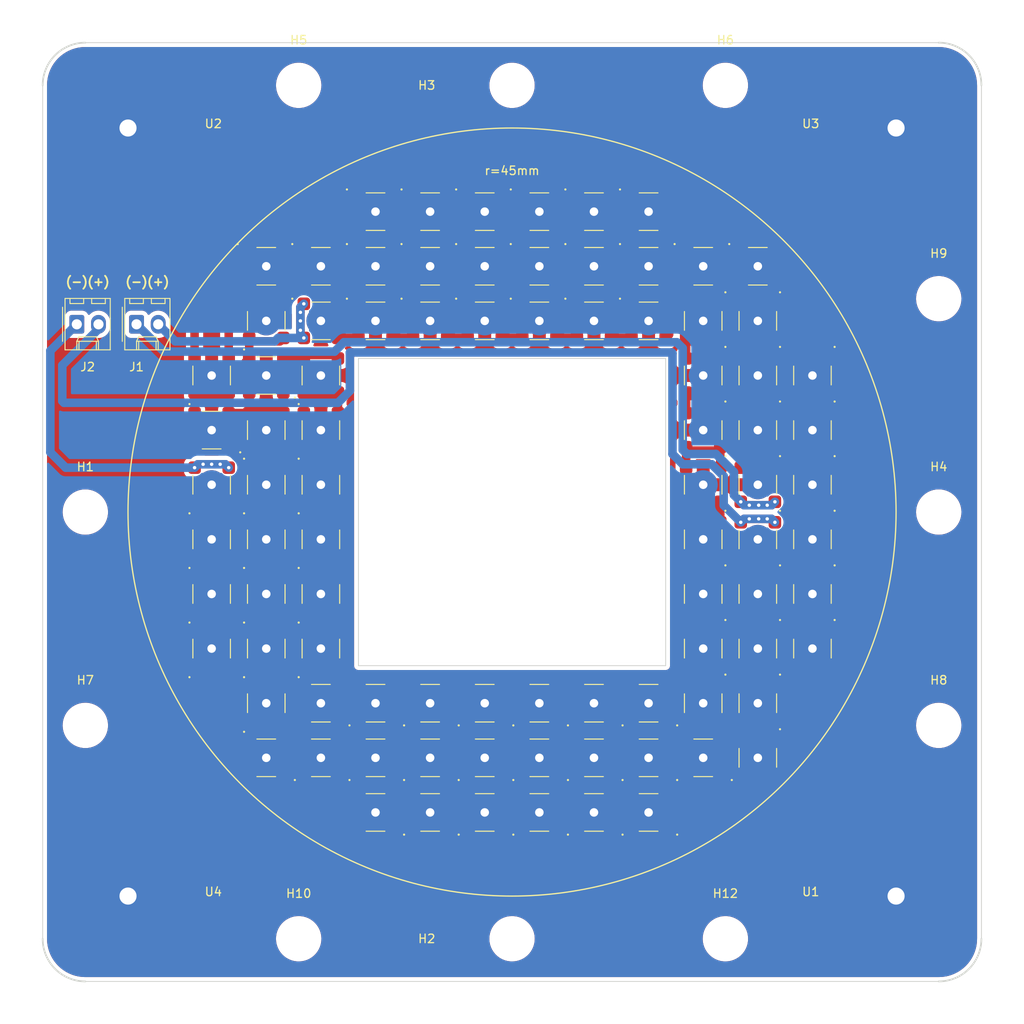
<source format=kicad_pcb>
(kicad_pcb (version 20211014) (generator pcbnew)
  (layers (0 "F.Cu" signal) (31 "B.Cu" signal) (34 "B.Paste" user) (35 "F.Paste" user) (36 "B.SilkS" user "B.Silkscreen") (37 "F.SilkS" user "F.Silkscreen") (38 "B.Mask" user) (39 "F.Mask" user) (44 "Edge.Cuts" user))
  (net 0 "")
  (net 1 "Net-(D1-Pad2)")
  (net 2 "GND")
  (net 3 "Net-(D2-Pad2)")
  (net 4 "Net-(D3-Pad2)")
  (net 5 "Net-(D4-Pad2)")
  (net 6 "Net-(D5-Pad2)")
  (net 7 "Net-(D6-Pad2)")
  (net 8 "Net-(D7-Pad2)")
  (net 9 "Net-(D8-Pad2)")
  (net 10 "Net-(D10-Pad1)")
  (net 11 "Net-(D10-Pad2)")
  (net 12 "Net-(D11-Pad2)")
  (net 13 "Net-(D12-Pad2)")
  (net 14 "Net-(D13-Pad2)")
  (net 15 "Net-(D14-Pad2)")
  (net 16 "Net-(D15-Pad2)")
  (net 17 "Net-(D16-Pad2)")
  (net 18 "Net-(D17-Pad2)")
  (net 19 "Net-(D18-Pad2)")
  (net 20 "Net-(D19-Pad2)")
  (net 21 "Net-(D20-Pad2)")
  (net 22 "Net-(D21-Pad2)")
  (net 23 "Net-(D22-Pad2)")
  (net 24 "Net-(D23-Pad2)")
  (net 25 "Net-(D24-Pad2)")
  (net 26 "Net-(D25-Pad2)")
  (net 27 "Net-(D26-Pad2)")
  (net 28 "Net-(D27-Pad2)")
  (net 29 "Net-(D28-Pad2)")
  (net 30 "Net-(D29-Pad2)")
  (net 31 "Net-(D30-Pad2)")
  (net 32 "Net-(D31-Pad2)")
  (net 33 "Net-(D32-Pad2)")
  (net 34 "Net-(D33-Pad2)")
  (net 35 "Net-(D34-Pad2)")
  (net 36 "Net-(D35-Pad2)")
  (net 37 "Net-(D36-Pad2)")
  (net 38 "Net-(D37-Pad2)")
  (net 39 "Net-(D38-Pad2)")
  (net 40 "Net-(D39-Pad2)")
  (net 41 "Net-(D40-Pad2)")
  (net 42 "Net-(D41-Pad2)")
  (net 43 "Net-(D43-Pad2)")
  (net 44 "Net-(D45-Pad2)")
  (net 45 "Net-(D46-Pad2)")
  (net 46 "Net-(D47-Pad3)")
  (net 47 "Net-(D48-Pad2)")
  (net 48 "Net-(D49-Pad2)")
  (net 49 "Net-(D50-Pad2)")
  (net 50 "Net-(D51-Pad2)")
  (net 51 "Net-(D52-Pad2)")
  (net 52 "Net-(D53-Pad2)")
  (net 53 "Net-(D54-Pad2)")
  (net 54 "Net-(D55-Pad2)")
  (net 55 "Net-(D56-Pad2)")
  (net 56 "Net-(D57-Pad2)")
  (net 57 "Net-(D58-Pad2)")
  (net 58 "Net-(D59-Pad2)")
  (net 59 "Net-(D60-Pad2)")
  (net 60 "Net-(D61-Pad2)")
  (net 61 "Net-(D62-Pad2)")
  (net 62 "Net-(D63-Pad2)")
  (net 63 "Net-(D64-Pad2)")
  (net 64 "Net-(D65-Pad2)")
  (net 65 "Net-(D66-Pad2)")
  (net 66 "Net-(D67-Pad2)")
  (net 67 "Net-(D68-Pad2)")
  (net 68 "Net-(D69-Pad2)")
  (net 69 "Net-(D70-Pad2)")
  (net 70 "Net-(D71-Pad2)")
  (net 71 "Net-(D72-Pad2)")
  (net 72 "Net-(D73-Pad3)")
  (net 73 "Net-(D74-Pad2)")
  (net 74 "Net-(D75-Pad2)")
  (net 75 "Net-(D76-Pad2)")
  (net 76 "Net-(D77-Pad2)")
  (net 77 "Net-(D78-Pad2)")
  (net 78 "Net-(D79-Pad3)")
  (net 79 "Net-(D80-Pad2)")
  (net 80 "Net-(D81-Pad2)")
  (net 81 "Net-(D82-Pad2)")
  (net 82 "Net-(D83-Pad2)")
  (net 83 "Net-(D84-Pad3)")
  (net 84 "Net-(D85-Pad2)")
  (net 85 "Net-(D86-Pad2)")
  (net 86 "Net-(D87-Pad2)")
  (net 87 "Net-(D42-Pad2)")
  (net 88 "Net-(D1-Pad1)")
  (net 89 "Net-(D44-Pad2)")
  (net 90 "Net-(D45-Pad1)")
  (net 91 "Net-(D88-Pad2)")
  (footprint "Project:LEDSC440X440X240-5N" (layer "F.Cu") (at 178.799995 83.999997 -90)
    (fp_text reference "D42" hide)
    (fp_text value "LZ1-00R403" hide)
  )
  (footprint "Project:Heat_Sink" (layer "F.Cu") (at 194.999995 144.999997)
    (fp_text reference "U1")
    (fp_text value "sink")
  )
  (footprint "Project:LEDSC440X440X240-5N" (layer "F.Cu") (at 178.799995 115.999997 -90)
    (fp_text reference "D47" hide)
    (fp_text value "LZ1-00R403" hide)
  )
  (footprint "MountingHole:MountingHole_4.3mm_M4" (layer "F.Cu") (at 124.999995 149.999997)
    (fp_text reference "H10")
    (fp_text value "MountingHole")
  )
  (footprint "Project:LEDSC440X440X240-5N" (layer "F.Cu") (at 165.999995 71.199997)
    (fp_text reference "D38" hide)
    (fp_text value "LZ1-00R403" hide)
  )
  (footprint "MountingHole:MountingHole_4.3mm_M4" (layer "F.Cu") (at 174.999995 49.999997)
    (fp_text reference "H6")
    (fp_text value "MountingHole")
  )
  (footprint "Connector_Molex:Molex_KK-254_AE-6410-02A_1x02_P2.54mm_Vertical" (layer "F.Cu") (at 98.999995 77.999997)
    (fp_text reference "J2")
    (fp_text value "Conn_01x02_Male" hide)
  )
  (footprint "Project:LEDSC440X440X240-5N" (layer "F.Cu") (at 140.399995 77.599997)
    (fp_text reference "D3" hide)
    (fp_text value "LZ1-00R403" hide)
  )
  (footprint "Project:LEDSC440X440X240-5N" (layer "F.Cu") (at 133.999995 77.599997)
    (fp_text reference "D2" hide)
    (fp_text value "LZ1-00R403" hide)
  )
  (footprint "Project:LEDSC440X440X240-5N" (layer "F.Cu") (at 178.799995 122.399997 -90)
    (fp_text reference "D48" hide)
    (fp_text value "LZ1-00R403" hide)
  )
  (footprint "Project:LEDSC440X440X240-5N" (layer "F.Cu") (at 127.599995 77.599997)
    (fp_text reference "D1" hide)
    (fp_text value "LZ1-00R403" hide)
  )
  (footprint "Project:LEDSC440X440X240-5N" (layer "F.Cu") (at 140.399995 128.799997 180)
    (fp_text reference "D55" hide)
    (fp_text value "LZ1-00R403" hide)
  )
  (footprint "Project:LEDSC440X440X240-5N" (layer "F.Cu") (at 146.799995 77.599997)
    (fp_text reference "D4" hide)
    (fp_text value "LZ1-00R403" hide)
  )
  (footprint "Project:LEDSC440X440X240-5N" (layer "F.Cu") (at 146.799995 135.199997 180)
    (fp_text reference "D82" hide)
    (fp_text value "LZ1-00R403" hide)
  )
  (footprint "Project:LEDSC440X440X240-5N" (layer "F.Cu") (at 127.599995 71.199997)
    (fp_text reference "D32" hide)
    (fp_text value "LZ1-00R403" hide)
  )
  (footprint "Project:LEDSC440X440X240-5N" (layer "F.Cu") (at 185.199995 103.199997 -90)
    (fp_text reference "D76" hide)
    (fp_text value "LZ1-00R403" hide)
  )
  (footprint "Project:LEDSC440X440X240-5N" (layer "F.Cu") (at 185.199995 96.799997 -90)
    (fp_text reference "D75" hide)
    (fp_text value "LZ1-00R403" hide)
  )
  (footprint "Project:LEDSC440X440X240-5N" (layer "F.Cu") (at 153.199995 64.799997)
    (fp_text reference "D70" hide)
    (fp_text value "LZ1-00R403" hide)
  )
  (footprint "MountingHole:MountingHole_4.3mm_M4" (layer "F.Cu") (at 149.999995 149.999997)
    (fp_text reference "H2")
    (fp_text value "MountingHole" hide)
  )
  (footprint "Project:LEDSC440X440X240-5N" (layer "F.Cu") (at 114.799995 103.199997 90)
    (fp_text reference "D87" hide)
    (fp_text value "LZ1-00R403" hide)
  )
  (footprint "Project:LEDSC440X440X240-5N" (layer "F.Cu") (at 127.599995 96.799997 90)
    (fp_text reference "D26" hide)
    (fp_text value "LZ1-00R403" hide)
  )
  (footprint "Project:LEDSC440X440X240-5N" (layer "F.Cu") (at 172.399995 109.599997 -90)
    (fp_text reference "D13" hide)
    (fp_text value "LZ1-00R403" hide)
  )
  (footprint "Project:LEDSC440X440X240-5N" (layer "F.Cu") (at 153.199995 128.799997 180)
    (fp_text reference "D53" hide)
    (fp_text value "LZ1-00R403" hide)
  )
  (footprint "Project:LEDSC440X440X240-5N" (layer "F.Cu") (at 114.799995 109.599997 90)
    (fp_text reference "D86" hide)
    (fp_text value "LZ1-00R403" hide)
  )
  (footprint "Project:LEDSC440X440X240-5N" (layer "F.Cu") (at 172.399995 77.599997 -90)
    (fp_text reference "D8" hide)
    (fp_text value "LZ1-00R403" hide)
  )
  (footprint "MountingHole:MountingHole_4.3mm_M4" (layer "F.Cu") (at 124.999995 49.999997)
    (fp_text reference "H5")
    (fp_text value "MountingHole")
  )
  (footprint "Project:LEDSC440X440X240-5N" (layer "F.Cu") (at 121.199995 103.199997 90)
    (fp_text reference "D62" hide)
    (fp_text value "LZ1-00R403" hide)
  )
  (footprint "MountingHole:MountingHole_4.3mm_M4" (layer "F.Cu") (at 149.999995 49.999997)
    (fp_text reference "H3")
    (fp_text value "MountingHole" hide)
  )
  (footprint "Project:LEDSC440X440X240-5N" (layer "F.Cu") (at 114.799995 90.399997 180)
    (fp_text reference "D65" hide)
    (fp_text value "LZ1-00R403" hide)
  )
  (footprint "Project:LEDSC440X440X240-5N" (layer "F.Cu") (at 165.999995 77.599997)
    (fp_text reference "D7" hide)
    (fp_text value "LZ1-00R403" hide)
  )
  (footprint "Project:LEDSC440X440X240-5N" (layer "F.Cu") (at 127.599995 103.199997 90)
    (fp_text reference "D25" hide)
    (fp_text value "LZ1-00R403" hide)
  )
  (footprint "Project:Heat_Sink" (layer "F.Cu") (at 104.999995 54.999997)
    (fp_text reference "U2")
    (fp_text value "sink")
  )
  (footprint "Project:LEDSC440X440X240-5N" (layer "F.Cu") (at 127.599995 90.399997 90)
    (fp_text reference "D27" hide)
    (fp_text value "LZ1-00R403" hide)
  )
  (footprint "Project:LEDSC440X440X240-5N" (layer "F.Cu") (at 178.799995 128.799997 -90)
    (fp_text reference "D49" hide)
    (fp_text value "LZ1-00R403" hide)
  )
  (footprint "Project:LEDSC440X440X240-5N" (layer "F.Cu") (at 172.399995 122.399997 -90)
    (fp_text reference "D15" hide)
    (fp_text value "LZ1-00R403" hide)
  )
  (footprint "Project:LEDSC440X440X240-5N" (layer "F.Cu") (at 127.599995 122.399997 180)
    (fp_text reference "D22" hide)
    (fp_text value "LZ1-00R403" hide)
  )
  (footprint "Project:LEDSC440X440X240-5N" (layer "F.Cu") (at 178.799995 96.799997 -90)
    (fp_text reference "D44" hide)
    (fp_text value "LZ1-00R403" hide)
  )
  (footprint "Project:LEDSC440X440X240-5N" (layer "F.Cu") (at 178.799995 71.199997)
    (fp_text reference "D40" hide)
    (fp_text value "LZ1-00R403" hide)
  )
  (footprint "Project:LEDSC440X440X240-5N" (layer "F.Cu") (at 146.799995 71.199997)
    (fp_text reference "D35" hide)
    (fp_text value "LZ1-00R403" hide)
  )
  (footprint "Project:LEDSC440X440X240-5N" (layer "F.Cu") (at 172.399995 83.999997 -90)
    (fp_text reference "D9" hide)
    (fp_text value "LZ1-00R403" hide)
  )
  (footprint "Project:LEDSC440X440X240-5N" (layer "F.Cu") (at 121.199995 77.599997 90)
    (fp_text reference "D30" hide)
    (fp_text value "LZ1-00R403" hide)
  )
  (footprint "Project:LEDSC440X440X240-5N" (layer "F.Cu") (at 127.599995 83.999997 90)
    (fp_text reference "D28" hide)
    (fp_text value "LZ1-00R403" hide)
  )
  (footprint "Project:LEDSC440X440X240-5N" (layer "F.Cu") (at 172.399995 128.799997 180)
    (fp_text reference "D50" hide)
    (fp_text value "LZ1-00R403" hide)
  )
  (footprint "Project:LEDSC440X440X240-5N" (layer "F.Cu") (at 133.999995 135.199997 180)
    (fp_text reference "D84" hide)
    (fp_text value "LZ1-00R403" hide)
  )
  (footprint "Project:LEDSC440X440X240-5N" (layer "F.Cu") (at 133.999995 64.799997)
    (fp_text reference "D67" hide)
    (fp_text value "LZ1-00R403" hide)
  )
  (footprint "Project:LEDSC440X440X240-5N" (layer "F.Cu") (at 185.199995 83.999997 -90)
    (fp_text reference "D73" hide)
    (fp_text value "LZ1-00R403" hide)
  )
  (footprint "Project:LEDSC440X440X240-5N" (layer "F.Cu") (at 121.199995 71.199997)
    (fp_text reference "D31" hide)
    (fp_text value "LZ1-00R403" hide)
  )
  (footprint "Project:LEDSC440X440X240-5N" (layer "F.Cu") (at 133.999995 128.799997 180)
    (fp_text reference "D56" hide)
    (fp_text value "LZ1-00R403" hide)
  )
  (footprint "Project:LEDSC440X440X240-5N" (layer "F.Cu") (at 114.799995 115.999997 90)
    (fp_text reference "D85" hide)
    (fp_text value "LZ1-00R403" hide)
  )
  (footprint "Project:LEDSC440X440X240-5N" (layer "F.Cu") (at 172.399995 115.999997 -90)
    (fp_text reference "D14" hide)
    (fp_text value "LZ1-00R403" hide)
  )
  (footprint "Project:LEDSC440X440X240-5N" (layer "F.Cu") (at 159.599995 77.599997)
    (fp_text reference "D6" hide)
    (fp_text value "LZ1-00R403" hide)
  )
  (footprint "Project:LEDSC440X440X240-5N" (layer "F.Cu") (at 153.199995 122.399997 180)
    (fp_text reference "D18" hide)
    (fp_text value "LZ1-00R403" hide)
  )
  (footprint "Project:LEDSC440X440X240-5N" (layer "F.Cu") (at 133.999995 122.399997 180)
    (fp_text reference "D21" hide)
    (fp_text value "LZ1-00R403" hide)
  )
  (footprint "Project:LEDSC440X440X240-5N" (layer "F.Cu") (at 172.399995 90.399997 -90)
    (fp_text reference "D10" hide)
    (fp_text value "LZ1-00R403" hide)
  )
  (footprint "Project:LEDSC440X440X240-5N" (layer "F.Cu") (at 121.199995 109.599997 90)
    (fp_text reference "D61" hide)
    (fp_text value "LZ1-00R403" hide)
  )
  (footprint "MountingHole:MountingHole_4.3mm_M4" (layer "F.Cu") (at 99.999995 99.999997)
    (fp_text reference "H1")
    (fp_text value "MountingHole" hide)
  )
  (footprint "Project:LEDSC440X440X240-5N" (layer "F.Cu") (at 153.199995 135.199997 180)
    (fp_text reference "D81" hide)
    (fp_text value "LZ1-00R403" hide)
  )
  (footprint "Connector_Molex:Molex_KK-254_AE-6410-02A_1x02_P2.54mm_Vertical" (layer "F.Cu") (at 105.999995 77.999997)
    (fp_text reference "J1")
    (fp_text value "Conn_01x02_Male" hide)
  )
  (footprint "Project:LEDSC440X440X240-5N" (layer "F.Cu") (at 159.599995 135.199997 180)
    (fp_text reference "D80" hide)
    (fp_text value "LZ1-00R403" hide)
  )
  (footprint "Project:LEDSC440X440X240-5N" (layer "F.Cu") (at 121.199995 83.999997 180)
    (fp_text reference "D29" hide)
    (fp_text value "LZ1-00R403" hide)
  )
  (footprint "Project:LEDSC440X440X240-5N" (layer "F.Cu") (at 121.199995 90.399997 90)
    (fp_text reference "D64" hide)
    (fp_text value "LZ1-00R403" hide)
  )
  (footprint "MountingHole:MountingHole_4.3mm_M4" (layer "F.Cu") (at 174.999995 149.999997)
    (fp_text reference "H12")
    (fp_text value "MountingHole")
  )
  (footprint "Project:LEDSC440X440X240-5N" (layer "F.Cu") (at 165.999995 135.199997 180)
    (fp_text reference "D79" hide)
    (fp_text value "LZ1-00R403" hide)
  )
  (footprint "Project:LEDSC440X440X240-5N" (layer "F.Cu") (at 159.599995 71.199997)
    (fp_text reference "D37" hide)
    (fp_text value "LZ1-00R403" hide)
  )
  (footprint "Project:Heat_Sink" (layer "F.Cu") (at 104.999995 144.999997)
    (fp_text reference "U4")
    (fp_text value "sink")
  )
  (footprint "MountingHole:MountingHole_4.3mm_M4" (layer "F.Cu") (at 199.999995 124.999997)
    (fp_text reference "H8")
    (fp_text value "MountingHole")
  )
  (footprint "Project:LEDSC440X440X240-5N" (layer "F.Cu") (at 140.399995 135.199997 180)
    (fp_text reference "D83" hide)
    (fp_text value "LZ1-00R403" hide)
  )
  (footprint "Project:LEDSC440X440X240-5N" (layer "F.Cu") (at 165.999995 64.799997)
    (fp_text reference "D72" hide)
    (fp_text value "LZ1-00R403" hide)
  )
  (footprint "Project:LEDSC440X440X240-5N" (layer "F.Cu") (at 133.999995 71.199997)
    (fp_text reference "D33" hide)
    (fp_text value "LZ1-00R403" hide)
  )
  (footprint "Project:LEDSC440X440X240-5N" (layer "F.Cu") (at 185.199995 115.999997 -90)
    (fp_text reference "D78" hide)
    (fp_text value "LZ1-00R403" hide)
  )
  (footprint "MountingHole:MountingHole_4.3mm_M4" (layer "F.Cu") (at 199.999995 99.999997)
    (fp_text reference "H4")
    (fp_text value "MountingHole" hide)
  )
  (footprint "Project:LEDSC440X440X240-5N" (layer "F.Cu") (at 178.799995 103.199997 -90)
    (fp_text reference "D45" hide)
    (fp_text value "LZ1-00R403" hide)
  )
  (footprint "Project:LEDSC440X440X240-5N" (layer "F.Cu") (at 178.799995 90.399997 -90)
    (fp_text reference "D43" hide)
    (fp_text value "LZ1-00R403" hide)
  )
  (footprint "Project:Heat_Sink" (layer "F.Cu") (at 194.999995 54.999997)
    (fp_text reference "U3")
    (fp_text value "sink")
  )
  (footprint "Project:LEDSC440X440X240-5N" (layer "F.Cu") (at 172.399995 103.199997 -90)
    (fp_text reference "D12" hide)
    (fp_text value "LZ1-00R403" hide)
  )
  (footprint "Project:LEDSC440X440X240-5N" (layer "F.Cu") (at 140.399995 71.199997)
    (fp_text reference "D34" hide)
    (fp_text value "LZ1-00R403" hide)
  )
  (footprint "Project:LEDSC440X440X240-5N" (layer "F.Cu") (at 146.799995 122.399997 180)
    (fp_text reference "D19" hide)
    (fp_text value "LZ1-00R403" hide)
  )
  (footprint "MountingHole:MountingHole_4.3mm_M4" (layer "F.Cu") (at 199.999995 74.999997)
    (fp_text reference "H9")
    (fp_text value "MountingHole")
  )
  (footprint "Project:LEDSC440X440X240-5N" (layer "F.Cu") (at 185.199995 90.399997 -90)
    (fp_text reference "D74" hide)
    (fp_text value "LZ1-00R403" hide)
  )
  (footprint "Project:LEDSC440X440X240-5N" (layer "F.Cu") (at 121.199995 115.999997 90)
    (fp_text reference "D60" hide)
    (fp_text value "LZ1-00R403" hide)
  )
  (footprint "Project:LEDSC440X440X240-5N" (layer "F.Cu") (at 146.799995 64.799997)
    (fp_text reference "D69" hide)
    (fp_text value "LZ1-00R403" hide)
  )
  (footprint "Project:LEDSC440X440X240-5N" (layer "F.Cu") (at 172.399995 96.799997 -90)
    (fp_text reference "D11" hide)
    (fp_text value "LZ1-00R403" hide)
  )
  (footprint "Project:LEDSC440X440X240-5N" (layer "F.Cu") (at 121.199995 122.399997 90)
    (fp_text reference "D59" hide)
    (fp_text value "LZ1-00R403" hide)
  )
  (footprint "Project:LEDSC440X440X240-5N" (layer "F.Cu") (at 165.999995 122.399997 180)
    (fp_text reference "D16" hide)
    (fp_text value "LZ1-00R403" hide)
  )
  (footprint "Project:LEDSC440X440X240-5N" (layer "F.Cu") (at 114.799995 96.799997 90)
    (fp_text reference "D88" hide)
    (fp_text value "LZ1-00R403" hide)
  )
  (footprint "Project:LEDSC440X440X240-5N" (layer "F.Cu") (at 153.199995 71.199997)
    (fp_text reference "D36" hide)
    (fp_text value "LZ1-00R403" hide)
  )
  (footprint "Project:LEDSC440X440X240-5N" (layer "F.Cu") (at 172.399995 71.199997)
    (fp_text reference "D39" hide)
    (fp_text value "LZ1-00R403" hide)
  )
  (footprint "Project:LEDSC440X440X240-5N" (layer "F.Cu") (at 159.599995 128.799997 180)
    (fp_text reference "D52" hide)
    (fp_text value "LZ1-00R403" hide)
  )
  (footprint "Project:LEDSC440X440X240-5N" (layer "F.Cu") (at 146.799995 128.799997 180)
    (fp_text reference "D54" hide)
    (fp_text value "LZ1-00R403" hide)
  )
  (footprint "Project:LEDSC440X440X240-5N" (layer "F.Cu") (at 159.599995 64.799997)
    (fp_text reference "D71" hide)
    (fp_text value "LZ1-00R403" hide)
  )
  (footprint "Project:LEDSC440X440X240-5N" (layer "F.Cu") (at 127.599995 128.799997 180)
    (fp_text reference "D57" hide)
    (fp_text value "LZ1-00R403" hide)
  )
  (footprint "Project:LEDSC440X440X240-5N" (layer "F.Cu") (at 114.799995 83.999997 90)
    (fp_text reference "D66" hide)
    (fp_text value "LZ1-00R403" hide)
  )
  (footprint "Project:LEDSC440X440X240-5N" (layer "F.Cu") (at 185.199995 109.599997 -90)
    (fp_text reference "D77" hide)
    (fp_text value "LZ1-00R403" hide)
  )
  (footprint "MountingHole:MountingHole_4.3mm_M4" (layer "F.Cu") (at 99.999995 124.999997)
    (fp_text reference "H7")
    (fp_text value "MountingHole")
  )
  (footprint "Project:LEDSC440X440X240-5N" (layer "F.Cu") (at 153.199995 77.599997)
    (fp_text reference "D5" hide)
    (fp_text value "LZ1-00R403" hide)
  )
  (footprint "Project:LEDSC440X440X240-5N" (layer "F.Cu") (at 121.199995 128.799997 180)
    (fp_text reference "D58" hide)
    (fp_text value "LZ1-00R403" hide)
  )
  (footprint "Project:LEDSC440X440X240-5N" (layer "F.Cu") (at 159.599995 122.399997 180)
    (fp_text reference "D17" hide)
    (fp_text value "LZ1-00R403" hide)
  )
  (footprint "Project:LEDSC440X440X240-5N" (layer "F.Cu") (at 140.399995 64.799997)
    (fp_text reference "D68" hide)
    (fp_text value "LZ1-00R403" hide)
  )
  (footprint "Project:LEDSC440X440X240-5N" (layer "F.Cu") (at 121.199995 96.799997 90)
    (fp_text reference "D63" hide)
    (fp_text value "LZ1-00R403" hide)
  )
  (footprint "Project:LEDSC440X440X240-5N" (layer "F.Cu") (at 127.599995 115.999997 90)
    (fp_text reference "D23" hide)
    (fp_text value "LZ1-00R403" hide)
  )
  (footprint "Project:LEDSC440X440X240-5N" (layer "F.Cu") (at 178.799995 109.599997 -90)
    (fp_text reference "D46" hide)
    (fp_text value "LZ1-00R403" hide)
  )
  (footprint "Project:LEDSC440X440X240-5N" (layer "F.Cu") (at 165.999995 128.799997 180)
    (fp_text reference "D51" hide)
    (fp_text value "LZ1-00R403" hide)
  )
  (footprint "Project:LEDSC440X440X240-5N" (layer "F.Cu") (at 178.799995 77.599997 -90)
    (fp_text reference "D41" hide)
    (fp_text value "LZ1-00R403" hide)
  )
  (footprint "Project:LEDSC440X440X240-5N" (layer "F.Cu") (at 140.399995 122.399997 180)
    (fp_text reference "D20" hide)
    (fp_text value "LZ1-00R403" hide)
  )
  (footprint "Project:LEDSC440X440X240-5N" (layer "F.Cu") (at 127.599995 109.599997 90)
    (fp_text reference "D24" hide)
    (fp_text value "LZ1-00R403" hide)
  )
  (gr_circle (center 149.999995 99.999997) (end 195.000245 99.999997) (layer "F.SilkS") (width 0.15) (fill none))
  (gr_line (start 132 82) (end 168 82) (layer "Edge.Cuts") (width 0.1))
  (gr_arc (start 204.999995 149.999997) (mid 203.535529 153.535531) (end 199.999995 154.999997) (layer "Edge.Cuts") (width 0.2))
  (gr_line (start 94.999995 49.999997) (end 94.999995 149.999997) (layer "Edge.Cuts") (width 0.1))
  (gr_arc (start 99.999995 154.999997) (mid 96.464461 153.535531) (end 94.999995 149.999997) (layer "Edge.Cuts") (width 0.2))
  (gr_line (start 204.999995 149.999997) (end 204.999995 49.999997) (layer "Edge.Cuts") (width 0.1))
  (gr_line (start 132 118) (end 132 82) (layer "Edge.Cuts") (width 0.1))
  (gr_line (start 168 118) (end 132 118) (layer "Edge.Cuts") (width 0.1))
  (gr_line (start 99.999995 154.999997) (end 199.999995 154.999997) (layer "Edge.Cuts") (width 0.1))
  (gr_arc (start 199.999995 44.999997) (mid 203.535529 46.464463) (end 204.999995 49.999997) (layer "Edge.Cuts") (width 0.2))
  (gr_line (start 199.999995 44.999997) (end 99.999995 44.999997) (layer "Edge.Cuts") (width 0.1))
  (gr_arc (start 94.999995 49.999997) (mid 96.464461 46.464463) (end 99.999995 44.999997) (layer "Edge.Cuts") (width 0.2))
  (gr_line (start 168 82) (end 168 118) (layer "Edge.Cuts") (width 0.1))
  (gr_text "(-)" (at 105.999995 72.999997) (layer "F.SilkS") (effects (font (size 1 1) (thickness 0.2))))
  (gr_text "(-)" (at 98.999995 72.999997) (layer "F.SilkS") (effects (font (size 1 1) (thickness 0.2))))
  (gr_text "(+)" (at 101.539995 72.999997) (layer "F.SilkS") (effects (font (size 1 1) (thickness 0.2))))
  (gr_text "(+)" (at 108.539995 72.999997) (layer "F.SilkS") (effects (font (size 1 1) (thickness 0.2))))
  (gr_text "r=45mm" (at 149.999995 59.999997) (layer "F.SilkS") (effects (font (size 1 1))))
  (segment (start 129.999506 75.999508) (end 129.599995 75.599997) (width 1) (layer "F.Cu") (net 1))
  (segment (start 129.599995 79.599997) (end 129.999506 79.200486) (width 1) (layer "F.Cu") (net 1))
  (segment (start 129.999506 79.200486) (end 129.999506 75.999508) (width 1) (layer "F.Cu") (net 1))
  (segment (start 131.999995 79.599997) (end 129.599995 79.599997) (width 1) (layer "F.Cu") (net 1))
  (segment (start 131.999995 75.599997) (end 129.599995 75.599997) (width 1) (layer "F.Cu") (net 1))
  (segment (start 138.399995 75.599997) (end 135.999995 75.599997) (width 1) (layer "F.Cu") (net 3))
  (segment (start 136.399506 79.200486) (end 136.399506 75.999508) (width 1) (layer "F.Cu") (net 3))
  (segment (start 135.999995 79.599997) (end 136.399506 79.200486) (width 1) (layer "F.Cu") (net 3))
  (segment (start 138.399995 79.599997) (end 135.999995 79.599997) (width 1) (layer "F.Cu") (net 3))
  (segment (start 136.399506 75.999508) (end 135.999995 75.599997) (width 1) (layer "F.Cu") (net 3))
  (segment (start 144.799995 79.599997) (end 142.399995 79.599997) (width 1) (layer "F.Cu") (net 4))
  (segment (start 142.399995 75.599997) (end 142.799506 75.999508) (width 1) (layer "F.Cu") (net 4))
  (segment (start 142.799506 79.200486) (end 142.399995 79.599997) (width 1) (layer "F.Cu") (net 4))
  (segment (start 144.799995 75.599997) (end 142.399995 75.599997) (width 1) (layer "F.Cu") (net 4))
  (segment (start 142.799506 75.999508) (end 142.799506 79.200486) (width 1) (layer "F.Cu") (net 4))
  (segment (start 149.199506 79.200486) (end 149.199506 75.999508) (width 1) (layer "F.Cu") (net 5))
  (segment (start 148.799995 79.599997) (end 151.199995 79.599997) (width 1) (layer "F.Cu") (net 5))
  (segment (start 148.799995 79.599997) (end 149.199506 79.200486) (width 1) (layer "F.Cu") (net 5))
  (segment (start 149.199506 75.999508) (end 148.799995 75.599997) (width 1) (layer "F.Cu") (net 5))
  (segment (start 151.199995 75.599997) (end 148.799995 75.599997) (width 1) (layer "F.Cu") (net 5))
  (segment (start 157.599995 75.599997) (end 155.199995 75.599997) (width 1) (layer "F.Cu") (net 6))
  (segment (start 155.599506 79.200486) (end 155.599506 75.999508) (width 1) (layer "F.Cu") (net 6))
  (segment (start 155.199995 79.599997) (end 155.599506 79.200486) (width 1) (layer "F.Cu") (net 6))
  (segment (start 155.599506 75.999508) (end 155.199995 75.599997) (width 1) (layer "F.Cu") (net 6))
  (segment (start 155.199995 79.599997) (end 157.599995 79.599997) (width 1) (layer "F.Cu") (net 6))
  (segment (start 161.999506 79.200486) (end 161.999506 75.999508) (width 1) (layer "F.Cu") (net 7))
  (segment (start 161.599995 79.599997) (end 161.999506 79.200486) (width 1) (layer "F.Cu") (net 7))
  (segment (start 161.999506 75.999508) (end 161.599995 75.599997) (width 1) (layer "F.Cu") (net 7))
  (segment (start 161.599995 79.599997) (end 163.999995 79.599997) (width 1) (layer "F.Cu") (net 7))
  (segment (start 161.599995 75.599997) (end 163.999995 75.599997) (width 1) (layer "F.Cu") (net 7))
  (segment (start 168.399506 79.200486) (end 168.399506 75.999508) (width 1) (layer "F.Cu") (net 8))
  (segment (start 168.399506 75.999508) (end 167.999995 75.599997) (width 1) (layer "F.Cu") (net 8))
  (segment (start 167.999995 79.599997) (end 168.399506 79.200486) (width 1) (layer "F.Cu") (net 8))
  (segment (start 170.399995 75.599997) (end 167.999995 75.599997) (width 1) (layer "F.Cu") (net 8))
  (segment (start 174.000484 75.200486) (end 170.799506 75.200486) (width 1) (layer "F.Cu") (net 8))
  (segment (start 170.799506 75.200486) (end 170.399995 75.599997) (width 1) (layer "F.Cu") (net 8))
  (segment (start 174.399995 75.599997) (end 174.000484 75.200486) (width 1) (layer "F.Cu") (net 8))
  (segment (start 174.399995 79.599997) (end 174.000484 79.999508) (width 1) (layer "F.Cu") (net 9))
  (segment (start 170.799506 79.999508) (end 170.399995 79.599997) (width 1) (layer "F.Cu") (net 9))
  (segment (start 174.399995 81.999997) (end 174.399995 79.599997) (width 1) (layer "F.Cu") (net 9))
  (segment (start 174.000484 79.999508) (end 170.799506 79.999508) (width 1) (layer "F.Cu") (net 9))
  (segment (start 170.399995 81.999997) (end 170.399995 79.599997) (width 1) (layer "F.Cu") (net 9))
  (segment (start 170.399995 85.999997) (end 170.799506 86.399508) (width 1) (layer "F.Cu") (net 10))
  (segment (start 170.799506 86.399508) (end 174.000484 86.399508) (width 1) (layer "F.Cu") (net 10))
  (segment (start 174.399995 88.399997) (end 174.399995 85.999997) (width 1) (layer "F.Cu") (net 10))
  (segment (start 174.000484 86.399508) (end 174.399995 85.999997) (width 1) (layer "F.Cu") (net 10))
  (segment (start 170.399995 88.399997) (end 170.399995 85.999997) (width 1) (layer "F.Cu") (net 10))
  (segment (start 174.399995 94.799997) (end 174.399995 92.399997) (width 1) (layer "F.Cu") (net 11))
  (segment (start 170.399995 94.799997) (end 170.399995 92.399997) (width 1) (layer "F.Cu") (net 11))
  (segment (start 174.399995 92.399997) (end 174.000484 92.799508) (width 1) (layer "F.Cu") (net 11))
  (segment (start 174.000484 92.799508) (end 170.799506 92.799508) (width 1) (layer "F.Cu") (net 11))
  (segment (start 170.799506 92.799508) (end 170.399995 92.399997) (width 1) (layer "F.Cu") (net 11))
  (segment (start 174.399995 98.799997) (end 174.000484 99.199508) (width 1) (layer "F.Cu") (net 12))
  (segment (start 170.799506 99.199508) (end 170.399995 98.799997) (width 1) (layer "F.Cu") (net 12))
  (segment (start 174.000484 99.199508) (end 170.799506 99.199508) (width 1) (layer "F.Cu") (net 12))
  (segment (start 174.399995 101.199997) (end 174.399995 98.799997) (width 1) (layer "F.Cu") (net 12))
  (segment (start 170.399995 101.199997) (end 170.399995 98.799997) (width 1) (layer "F.Cu") (net 12))
  (segment (start 170.399995 107.599997) (end 170.399995 105.199997) (width 1) (layer "F.Cu") (net 13))
  (segment (start 170.799506 105.599508) (end 170.399995 105.199997) (width 1) (layer "F.Cu") (net 13))
  (segment (start 174.399995 107.599997) (end 174.399995 105.199997) (width 1) (layer "F.Cu") (net 13))
  (segment (start 174.000484 105.599508) (end 170.799506 105.599508) (width 1) (layer "F.Cu") (net 13))
  (segment (start 174.399995 105.199997) (end 174.000484 105.599508) (width 1) (layer "F.Cu") (net 13))
  (segment (start 170.399995 111.599997) (end 170.799506 111.999508) (width 1) (layer "F.Cu") (net 14))
  (segment (start 170.799506 111.999508) (end 174.000484 111.999508) (width 1) (layer "F.Cu") (net 14))
  (segment (start 174.000484 111.999508) (end 174.399995 111.599997) (width 1) (layer "F.Cu") (net 14))
  (segment (start 174.399995 113.999997) (end 174.399995 111.599997) (width 1) (layer "F.Cu") (net 14))
  (segment (start 170.399995 113.999997) (end 170.399995 111.599997) (width 1) (layer "F.Cu") (net 14))
  (segment (start 174.000484 118.399508) (end 170.799506 118.399508) (width 1) (layer "F.Cu") (net 15))
  (segment (start 174.399995 120.399997) (end 174.399995 117.999997) (width 1) (layer "F.Cu") (net 15))
  (segment (start 170.799506 118.399508) (end 170.399995 117.999997) (width 1) (layer "F.Cu") (net 15))
  (segment (start 170.399995 120.399997) (end 170.399995 117.999997) (width 1) (layer "F.Cu") (net 15))
  (segment (start 174.399995 117.999997) (end 174.000484 118.399508) (width 1) (layer "F.Cu") (net 15))
  (segment (start 174.399995 124.399997) (end 174.000484 124.799508) (width 1) (layer "F.Cu") (net 16))
  (segment (start 174.000484 124.799508) (end 170.799506 124.799508) (width 1) (layer "F.Cu") (net 16))
  (segment (start 168.399506 120.799508) (end 168.399506 124.000486) (width 1) (layer "F.Cu") (net 16))
  (segment (start 170.799506 124.799508) (end 170.399995 124.399997) (width 1) (layer "F.Cu") (net 16))
  (segment (start 167.999995 120.399997) (end 168.399506 120.799508) (width 1) (layer "F.Cu") (net 16))
  (segment (start 168.399506 124.000486) (end 167.999995 124.399997) (width 1) (layer "F.Cu") (net 16))
  (segment (start 170.399995 124.399997) (end 167.999995 124.399997) (width 1) (layer "F.Cu") (net 16))
  (segment (start 163.999995 120.399997) (end 161.599995 120.399997) (width 1) (layer "F.Cu") (net 17))
  (segment (start 161.599995 124.399997) (end 163.999995 124.399997) (width 1) (layer "F.Cu") (net 17))
  (segment (start 161.599995 124.399997) (end 161.999506 124.000486) (width 1) (layer "F.Cu") (net 17))
  (segment (start 161.999506 124.000486) (end 161.999506 120.799508) (width 1) (layer "F.Cu") (net 17))
  (segment (start 161.999506 120.799508) (end 161.599995 120.399997) (width 1) (layer "F.Cu") (net 17))
  (segment (start 155.599506 120.799508) (end 155.199995 120.399997) (width 1) (layer "F.Cu") (net 18))
  (segment (start 155.199995 124.399997) (end 155.599506 124.000486) (width 1) (layer "F.Cu") (net 18))
  (segment (start 155.599506 124.000486) (end 155.599506 120.799508) (width 1) (layer "F.Cu") (net 18))
  (segment (start 157.599995 124.399997) (end 155.199995 124.399997) (width 1) (layer "F.Cu") (net 18))
  (segment (start 155.199995 120.399997) (end 157.599995 120.399997) (width 1) (layer "F.Cu") (net 18))
  (segment (start 149.199506 124.000486) (end 149.199506 120.799508) (width 1) (layer "F.Cu") (net 19))
  (segment (start 149.199506 120.799508) (end 148.799995 120.399997) (width 1) (layer "F.Cu") (net 19))
  (segment (start 151.199995 124.399997) (end 148.799995 124.399997) (width 1) (layer "F.Cu") (net 19))
  (segment (start 148.799995 120.399997) (end 151.199995 120.399997) (width 1) (layer "F.Cu") (net 19))
  (segment (start 148.799995 124.399997) (end 149.199506 124.000486) (width 1) (layer "F.Cu") (net 19))
  (segment (start 142.399995 120.399997) (end 142.799506 120.799508) (width 1) (layer "F.Cu") (net 20))
  (segment (start 142.399995 120.399997) (end 144.799995 120.399997) (width 1) (layer "F.Cu") (net 20))
  (segment (start 142.799506 120.799508) (end 142.799506 124.000486) (width 1) (layer "F.Cu") (net 20))
  (segment (start 142.799506 124.000486) (end 142.399995 124.399997) (width 1) (layer "F.Cu") (net 20))
  (segment (start 144.799995 124.399997) (end 142.399995 124.399997) (width 1) (layer "F.Cu") (net 20))
  (segment (start 138.399995 124.399997) (end 135.999995 124.399997) (width 1) (layer "F.Cu") (net 21))
  (segment (start 138.399995 120.399997) (end 135.999995 120.399997) (width 1) (layer "F.Cu") (net 21))
  (segment (start 138.000484 120.799508) (end 138.399995 120.399997) (width 1) (layer "F.Cu") (net 21))
  (segment (start 138.000484 124.000486) (end 138.000484 120.799508) (width 1) (layer "F.Cu") (net 21))
  (segment (start 138.399995 124.399997) (end 138.000484 124.000486) (width 1) (layer "F.Cu") (net 21))
  (segment (start 129.599995 124.399997) (end 129.999506 124.000486) (width 1) (layer "F.Cu") (net 22))
  (segment (start 131.999995 124.399997) (end 129.599995 124.399997) (width 1) (layer "F.Cu") (net 22))
  (segment (start 129.999506 120.799508) (end 129.599995 120.399997) (width 1) (layer "F.Cu") (net 22))
  (segment (start 131.999995 120.399997) (end 129.599995 120.399997) (width 1) (layer "F.Cu") (net 22))
  (segment (start 129.999506 124.000486) (end 129.999506 120.799508) (width 1) (layer "F.Cu") (net 22))
  (segment (start 125.200484 120.799508) (end 125.599995 120.399997) (width 1) (layer "F.Cu") (net 23))
  (segment (start 125.200484 124.000486) (end 125.200484 120.799508) (width 1) (layer "F.Cu") (net 23))
  (segment (start 125.599995 120.399997) (end 125.599995 117.999997) (width 1) (layer "F.Cu") (net 23))
  (segment (start 129.599995 117.999997) (end 129.200484 118.399508) (width 1) (layer "F.Cu") (net 23))
  (segment (start 125.599995 124.399997) (end 125.200484 124.000486) (width 1) (layer "F.Cu") (net 23))
  (segment (start 129.200484 118.399508) (end 125.999506 118.399508) (width 1) (layer "F.Cu") (net 23))
  (segment (start 125.999506 118.399508) (end 125.599995 117.999997) (width 1) (layer "F.Cu") (net 23))
  (segment (start 125.599995 113.999997) (end 125.599995 111.599997) (width 1) (layer "F.Cu") (net 24))
  (segment (start 129.200484 111.999508) (end 125.999506 111.999508) (width 1) (layer "F.Cu") (net 24))
  (segment (start 129.599995 111.599997) (end 129.200484 111.999508) (width 1) (layer "F.Cu") (net 24))
  (segment (start 125.999506 111.999508) (end 125.599995 111.599997) (width 1) (layer "F.Cu") (net 24))
  (segment (start 129.599995 113.999997) (end 129.599995 111.599997) (width 1) (layer "F.Cu") (net 24))
  (segment (start 129.200484 105.599508) (end 129.599995 105.199997) (width 1) (layer "F.Cu") (net 25))
  (segment (start 129.599995 107.599997) (end 129.599995 105.199997) (width 1) (layer "F.Cu") (net 25))
  (segment (start 125.999506 105.599508) (end 129.200484 105.599508) (width 1) (layer "F.Cu") (net 25))
  (segment (start 125.599995 105.199997) (end 125.999506 105.599508) (width 1) (layer "F.Cu") (net 25))
  (segment (start 125.599995 107.599997) (end 125.599995 105.199997) (width 1) (layer "F.Cu") (net 25))
  (segment (start 129.599995 98.799997) (end 129.200484 99.199508) (width 1) (layer "F.Cu") (net 26))
  (segment (start 129.599995 101.199997) (end 129.599995 98.799997) (width 1) (layer "F.Cu") (net 26))
  (segment (start 125.999506 99.199508) (end 125.599995 98.799997) (width 1) (layer "F.Cu") (net 26))
  (segment (start 129.200484 99.199508) (end 125.999506 99.199508) (width 1) (layer "F.Cu") (net 26))
  (segment (start 125.599995 101.199997) (end 125.599995 98.799997) (width 1) (layer "F.Cu") (net 26))
  (segment (start 125.599995 94.799997) (end 125.599995 92.399997) (width 1) (layer "F.Cu") (net 27))
  (segment (start 125.999506 92.799508) (end 129.200484 92.799508) (width 1) (layer "F.Cu") (net 27))
  (segment (start 125.599995 92.399997) (end 125.999506 92.799508) (width 1) (layer "F.Cu") (net 27))
  (segment (start 129.200484 92.799508) (end 129.599995 92.399997) (width 1) (layer "F.Cu") (net 27))
  (segment (start 129.599995 94.799997) (end 129.599995 92.399997) (width 1) (layer "F.Cu") (net 27))
  (segment (start 129.599995 88.399997) (end 129.599995 85.999997) (width 1) (layer "F.Cu") (net 28))
  (segment (start 125.599995 88.399997) (end 125.599995 85.999997) (width 1) (layer "F.Cu") (net 28))
  (segment (start 129.599995 85.999997) (end 129.200484 86.399508) (width 1) (layer "F.Cu") (net 28))
  (segment (start 125.999506 86.399508) (end 125.599995 85.999997) (width 1) (layer "F.Cu") (net 28))
  (segment (start 129.200484 86.399508) (end 125.999506 86.399508) (width 1) (layer "F.Cu") (net 28))
  (segment (start 123.599506 85.600486) (end 123.599506 82.399508) (width 1) (layer "F.Cu") (net 29))
  (segment (start 125.599995 81.999997) (end 123.199995 81.999997) (width 1) (layer "F.Cu") (net 29))
  (segment (start 125.999506 81.600486) (end 125.599995 81.999997) (width 1) (layer "F.Cu") (net 29))
  (segment (start 123.199995 85.999997) (end 123.599506 85.600486) (width 1) (layer "F.Cu") (net 29))
  (segment (start 129.200484 81.600486) (end 125.999506 81.600486) (width 1) (layer "F.Cu") (net 29))
  (segment (start 129.599995 81.999997) (end 129.200484 81.600486) (width 1) (layer "F.Cu") (net 29))
  (segment (start 123.599506 82.399508) (end 123.199995 81.999997) (width 1) (layer "F.Cu") (net 29))
  (segment (start 119.599506 79.999508) (end 122.800484 79.999508) (width 1) (layer "F.Cu") (net 30))
  (segment (start 118.800484 82.399508) (end 119.199995 81.999997) (width 1) (layer "F.Cu") (net 30))
  (segment (start 119.199995 85.999997) (end 118.800484 85.600486) (width 1) (layer "F.Cu") (net 30))
  (segment (start 119.199995 79.599997) (end 119.599506 79.999508) (width 1) (layer "F.Cu") (net 30))
  (segment (start 118.800484 85.600486) (end 118.800484 82.399508) (width 1) (layer "F.Cu") (net 30))
  (segment (start 122.800484 79.999508) (end 123.199995 79.599997) (width 1) (layer "F.Cu") (net 30))
  (segment (start 119.199995 81.999997) (end 119.199995 79.599997) (width 1) (layer "F.Cu") (net 30))
  (segment (start 118.800484 69.599508) (end 119.199995 69.199997) (width 1) (layer "F.Cu") (net 31))
  (segment (start 119.199995 73.199997) (end 118.800484 72.800486) (width 1) (layer "F.Cu") (net 31))
  (segment (start 119.599506 75.200486) (end 119.199995 75.599997) (width 1) (layer "F.Cu") (net 31))
  (segment (start 122.800484 75.200486) (end 119.599506 75.200486) (width 1) (layer "F.Cu") (net 31))
  (segment (start 119.199995 75.599997) (end 119.199995 73.199997) (width 1) (layer "F.Cu") (net 31))
  (segment (start 123.199995 75.599997) (end 122.800484 75.200486) (width 1) (layer "F.Cu") (net 31))
  (segment (start 118.800484 72.800486) (end 118.800484 69.599508) (width 1) (layer "F.Cu") (net 31))
  (segment (start 123.199995 73.199997) (end 125.599995 73.199997) (width 1) (layer "F.Cu") (net 32))
  (segment (start 125.599995 69.199997) (end 123.199995 69.199997) (width 1) (layer "F.Cu") (net 32))
  (segment (start 123.599506 72.800486) (end 123.599506 69.599508) (width 1) (layer "F.Cu") (net 32))
  (segment (start 123.199995 73.199997) (end 123.599506 72.800486) (width 1) (layer "F.Cu") (net 32))
  (segment (start 123.599506 69.599508) (end 123.199995 69.199997) (width 1) (layer "F.Cu") (net 32))
  (segment (start 131.999995 69.199997) (end 129.599995 69.199997) (width 1) (layer "F.Cu") (net 33))
  (segment (start 129.599995 73.199997) (end 131.999995 73.199997) (width 1) (layer "F.Cu") (net 33))
  (segment (start 129.999506 72.800486) (end 129.999506 69.599508) (width 1) (layer "F.Cu") (net 33))
  (segment (start 129.999506 69.599508) (end 129.599995 69.199997) (width 1) (layer "F.Cu") (net 33))
  (segment (start 129.599995 73.199997) (end 129.999506 72.800486) (width 1) (layer "F.Cu") (net 33))
  (segment (start 136.399506 69.599508) (end 135.999995 69.199997) (width 1) (layer "F.Cu") (net 34))
  (segment (start 135.999995 73.199997) (end 136.399506 72.800486) (width 1) (layer "F.Cu") (net 34))
  (segment (start 136.399506 72.800486) (end 136.399506 69.599508) (width 1) (layer "F.Cu") (net 34))
  (segment (start 138.399995 69.199997) (end 135.999995 69.199997) (width 1) (layer "F.Cu") (net 34))
  (segment (start 138.399995 73.199997) (end 135.999995 73.199997) (width 1) (layer "F.Cu") (net 34))
  (segment (start 144.799995 69.199997) (end 142.399995 69.199997) (width 1) (layer "F.Cu") (net 35))
  (segment (start 142.399995 73.199997) (end 144.799995 73.199997) (width 1) (layer "F.Cu") (net 35))
  (segment (start 142.799506 69.599508) (end 142.399995 69.199997) (width 1) (layer "F.Cu") (net 35))
  (segment (start 142.399995 73.199997) (end 142.799506 72.800486) (width 1) (layer "F.Cu") (net 35))
  (segment (start 142.799506 72.800486) (end 142.799506 69.599508) (width 1) (layer "F.Cu") (net 35))
  (segment (start 148.799995 73.199997) (end 151.199995 73.199997) (width 1) (layer "F.Cu") (net 36))
  (segment (start 149.199506 69.599508) (end 148.799995 69.199997) (width 1) (layer "F.Cu") (net 36))
  (segment (start 151.199995 69.199997) (end 148.799995 69.199997) (width 1) (layer "F.Cu") (net 36))
  (segment (start 148.799995 73.199997) (end 149.199506 72.800486) (width 1) (layer "F.Cu") (net 36))
  (segment (start 149.199506 72.800486) (end 149.199506 69.599508) (width 1) (layer "F.Cu") (net 36))
  (segment (start 155.599506 72.800486) (end 155.599506 69.599508) (width 1) (layer "F.Cu") (net 37))
  (segment (start 155.599506 69.599508) (end 155.199995 69.199997) (width 1) (layer "F.Cu") (net 37))
  (segment (start 157.599995 69.199997) (end 155.199995 69.199997) (width 1) (layer "F.Cu") (net 37))
  (segment (start 155.199995 73.199997) (end 157.599995 73.199997) (width 1) (layer "F.Cu") (net 37))
  (segment (start 155.199995 73.199997) (end 155.599506 72.800486) (width 1) (layer "F.Cu") (net 37))
  (segment (start 163.999995 69.199997) (end 161.599995 69.199997) (width 1) (layer "F.Cu") (net 38))
  (segment (start 161.999506 72.800486) (end 161.999506 69.599508) (width 1) (layer "F.Cu") (net 38))
  (segment (start 161.999506 69.599508) (end 161.599995 69.199997) (width 1) (layer "F.Cu") (net 38))
  (segment (start 161.599995 73.199997) (end 163.999995 73.199997) (width 1) (layer "F.Cu") (net 38))
  (segment (start 161.599995 73.199997) (end 161.999506 72.800486) (width 1) (layer "F.Cu") (net 38))
  (segment (start 167.999995 73.199997) (end 168.399506 72.800486) (width 1) (layer "F.Cu") (net 39))
  (segment (start 168.399506 72.800486) (end 168.399506 69.599508) (width 1) (layer "F.Cu") (net 39))
  (segment (start 167.999995 73.199997) (end 170.399995 73.199997) (width 1) (layer "F.Cu") (net 39))
  (segment (start 168.399506 69.599508) (end 167.999995 69.199997) (width 1) (layer "F.Cu") (net 39))
  (segment (start 170.399995 69.199997) (end 167.999995 69.199997) (width 1) (layer "F.Cu") (net 39))
  (segment (start 174.799506 72.800486) (end 174.799506 69.599508) (width 1) (layer "F.Cu") (net 40))
  (segment (start 176.799995 69.199997) (end 174.399995 69.199997) (width 1) (layer "F.Cu") (net 40))
  (segment (start 174.399995 73.199997) (end 174.799506 72.800486) (width 1) (layer "F.Cu") (net 40))
  (segment (start 174.799506 69.599508) (end 174.399995 69.199997) (width 1) (layer "F.Cu") (net 40))
  (segment (start 174.399995 73.199997) (end 176.799995 73.199997) (width 1) (layer "F.Cu") (net 40))
  (segment (start 180.400484 75.200486) (end 180.799995 75.599997) (width 1) (layer "F.Cu") (net 41))
  (segment (start 177.199506 75.200486) (end 180.400484 75.200486) (width 1) (layer "F.Cu") (net 41))
  (segment (start 181.199506 69.599508) (end 181.199506 72.800486) (width 1) (layer "F.Cu") (net 41))
  (segment (start 180.799995 75.599997) (end 180.799995 73.199997) (width 1) (layer "F.Cu") (net 41))
  (segment (start 176.799995 75.599997) (end 177.199506 75.200486) (width 1) (layer "F.Cu") (net 41))
  (segment (start 180.799995 69.199997) (end 181.199506 69.599508) (width 1) (layer "F.Cu") (net 41))
  (segment (start 181.199506 72.800486) (end 180.799995 73.199997) (width 1) (layer "F.Cu") (net 41))
  (segment (start 180.799995 79.599997) (end 180.400484 79.999508) (width 1) (layer "F.Cu") (net 42))
  (segment (start 180.799995 81.999997) (end 180.799995 79.599997) (width 1) (layer "F.Cu") (net 42))
  (segment (start 180.400484 79.999508) (end 177.199506 79.999508) (width 1) (layer "F.Cu") (net 42))
  (segment (start 176.799995 79.599997) (end 176.799995 81.999997) (width 1) (layer "F.Cu") (net 42))
  (segment (start 177.199506 79.999508) (end 176.799995 79.599997) (width 1) (layer "F.Cu") (net 42))
  (segment (start 180.799995 92.399997) (end 180.400484 92.799508) (width 1) (layer "F.Cu") (net 43))
  (segment (start 180.799995 94.799997) (end 180.799995 92.399997) (width 1) (layer "F.Cu") (net 43))
  (segment (start 180.400484 92.799508) (end 177.199506 92.799508) (width 1) (layer "F.Cu") (net 43))
  (segment (start 176.799995 94.799997) (end 176.799995 92.399997) (width 1) (layer "F.Cu") (net 43))
  (segment (start 177.199506 92.799508) (end 176.799995 92.399997) (width 1) (layer "F.Cu") (net 43))
  (segment (start 180.799995 105.199997) (end 180.400484 105.599508) (width 1) (layer "F.Cu") (net 44))
  (segment (start 177.199506 105.599508) (end 176.799995 105.199997) (width 1) (layer "F.Cu") (net 44))
  (segment (start 176.799995 107.599997) (end 176.799995 105.199997) (width 1) (layer "F.Cu") (net 44))
  (segment (start 180.400484 105.599508) (end 177.199506 105.599508) (width 1) (layer "F.Cu") (net 44))
  (segment (start 180.799995 107.599997) (end 180.799995 105.199997) (width 1) (layer "F.Cu") (net 44))
  (segment (start 180.799995 111.599997) (end 180.400484 111.999508) (width 1) (layer "F.Cu") (net 45))
  (segment (start 180.400484 111.999508) (end 177.199506 111.999508) (width 1) (layer "F.Cu") (net 45))
  (segment (start 180.799995 113.999997) (end 180.799995 111.599997) (width 1) (layer "F.Cu") (net 45))
  (segment (start 177.199506 111.999508) (end 176.799995 111.599997) (width 1) (layer "F.Cu") (net 45))
  (segment (start 176.799995 113.999997) (end 176.799995 111.599997) (width 1) (layer "F.Cu") (net 45))
  (segment (start 176.799995 120.399997) (end 176.799995 117.999997) (width 1) (layer "F.Cu") (net 46))
  (segment (start 180.400484 118.399508) (end 177.199506 118.399508) (width 1) (layer "F.Cu") (net 46))
  (segment (start 177.199506 118.399508) (end 176.799995 117.999997) (width 1) (layer "F.Cu") (net 46))
  (segment (start 180.799995 117.999997) (end 180.400484 118.399508) (width 1) (layer "F.Cu") (net 46))
  (segment (start 180.799995 120.399997) (end 180.799995 117.999997) (width 1) (layer "F.Cu") (net 46))
  (segment (start 177.199506 124.799508) (end 176.799995 124.399997) (width 1) (layer "F.Cu") (net 47))
  (segment (start 180.400484 124.799508) (end 177.199506 124.799508) (width 1) (layer "F.Cu") (net 47))
  (segment (start 176.799995 126.799997) (end 176.799995 124.399997) (width 1) (layer "F.Cu") (net 47))
  (segment (start 180.799995 124.399997) (end 180.400484 124.799508) (width 1) (layer "F.Cu") (net 47))
  (segment (start 180.799995 126.799997) (end 180.799995 124.399997) (width 1) (layer "F.Cu") (net 47))
  (segment (start 174.799506 130.400486) (end 174.399995 130.799997) (width 1) (layer "F.Cu") (net 48))
  (segment (start 174.799506 127.199508) (end 174.799506 130.400486) (width 1) (layer "F.Cu") (net 48))
  (segment (start 180.799995 130.799997) (end 180.400484 131.199508) (width 1) (layer "F.Cu") (net 48))
  (segment (start 176.799995 130.799997) (end 174.399995 130.799997) (width 1) (layer "F.Cu") (net 48))
  (segment (start 174.399995 126.799997) (end 174.799506 127.199508) (width 1) (layer "F.Cu") (net 48))
  (segment (start 180.400484 131.199508) (end 177.199506 131.199508) (width 1) (layer "F.Cu") (net 48))
  (segment (start 177.199506 131.199508) (end 176.799995 130.799997) (width 1) (layer "F.Cu") (net 48))
  (segment (start 167.999995 126.799997) (end 168.399506 127.199508) (width 1) (layer "F.Cu") (net 49))
  (segment (start 170.399995 130.799997) (end 167.999995 130.799997) (width 1) (layer "F.Cu") (net 49))
  (segment (start 168.399506 127.199508) (end 168.399506 130.400486) (width 1) (layer "F.Cu") (net 49))
  (segment (start 168.399506 130.400486) (end 167.999995 130.799997) (width 1) (layer "F.Cu") (net 49))
  (segment (start 170.399995 126.799997) (end 167.999995 126.799997) (width 1) (layer "F.Cu") (net 49))
  (segment (start 163.999995 130.799997) (end 161.599995 130.799997) (width 1) (layer "F.Cu") (net 50))
  (segment (start 161.599995 130.799997) (end 161.999506 130.400486) (width 1) (layer "F.Cu") (net 50))
  (segment (start 163.999995 126.799997) (end 161.599995 126.799997) (width 1) (layer "F.Cu") (net 50))
  (segment (start 161.999506 127.199508) (end 161.599995 126.799997) (width 1) (layer "F.Cu") (net 50))
  (segment (start 161.999506 130.400486) (end 161.999506 127.199508) (width 1) (layer "F.Cu") (net 50))
  (segment (start 157.599995 126.799997) (end 155.199995 126.799997) (width 1) (layer "F.Cu") (net 51))
  (segment (start 157.599995 130.799997) (end 155.199995 130.799997) (width 1) (layer "F.Cu") (net 51))
  (segment (start 155.199995 130.799997) (end 155.599506 130.400486) (width 1) (layer "F.Cu") (net 51))
  (segment (start 155.599506 130.400486) (end 155.599506 127.199508) (width 1) (layer "F.Cu") (net 51))
  (segment (start 155.599506 127.199508) (end 155.199995 126.799997) (width 1) (layer "F.Cu") (net 51))
  (segment (start 151.199995 126.799997) (end 148.799995 126.799997) (width 1) (layer "F.Cu") (net 52))
  (segment (start 149.199506 127.199508) (end 149.199506 130.400486) (width 1) (layer "F.Cu") (net 52))
  (segment (start 149.199506 130.400486) (end 148.799995 130.799997) (width 1) (layer "F.Cu") (net 52))
  (segment (start 151.199995 130.799997) (end 148.799995 130.799997) (width 1) (layer "F.Cu") (net 52))
  (segment (start 148.799995 126.799997) (end 149.199506 127.199508) (width 1) (layer "F.Cu") (net 52))
  (segment (start 142.799506 127.199508) (end 142.799506 130.400486) (width 1) (layer "F.Cu") (net 53))
  (segment (start 142.399995 126.799997) (end 142.799506 127.199508) (width 1) (layer "F.Cu") (net 53))
  (segment (start 144.799995 126.799997) (end 142.399995 126.799997) (width 1) (layer "F.Cu") (net 53))
  (segment (start 144.799995 130.799997) (end 142.399995 130.799997) (width 1) (layer "F.Cu") (net 53))
  (segment (start 142.799506 130.400486) (end 142.399995 130.799997) (width 1) (layer "F.Cu") (net 53))
  (segment (start 138.399995 130.799997) (end 135.999995 130.799997) (width 1) (layer "F.Cu") (net 54))
  (segment (start 138.399995 126.799997) (end 135.999995 126.799997) (width 1) (layer "F.Cu") (net 54))
  (segment (start 136.399506 127.199508) (end 136.399506 130.400486) (width 1) (layer "F.Cu") (net 54))
  (segment (start 136.399506 130.400486) (end 135.999995 130.799997) (width 1) (layer "F.Cu") (net 54))
  (segment (start 135.999995 126.799997) (end 136.399506 127.199508) (width 1) (layer "F.Cu") (net 54))
  (segment (start 129.599995 126.799997) (end 129.999506 127.199508) (width 1) (layer "F.Cu") (net 55))
  (segment (start 129.999506 130.400486) (end 129.599995 130.799997) (width 1) (layer "F.Cu") (net 55))
  (segment (start 129.999506 127.199508) (end 129.999506 130.400486) (width 1) (layer "F.Cu") (net 55))
  (segment (start 131.999995 130.799997) (end 129.599995 130.799997) (width 1) (layer "F.Cu") (net 55))
  (segment (start 131.999995 126.799997) (end 129.599995 126.799997) (width 1) (layer "F.Cu") (net 55))
  (segment (start 125.599995 130.799997) (end 123.199995 130.799997) (width 1) (layer "F.Cu") (net 56))
  (segment (start 123.599506 127.199508) (end 123.599506 130.400486) (width 1) (layer "F.Cu") (net 56))
  (segment (start 123.599506 130.400486) (end 123.199995 130.799997) (width 1) (layer "F.Cu") (net 56))
  (segment (start 125.599995 126.799997) (end 123.199995 126.799997) (width 1) (layer "F.Cu") (net 56))
  (segment (start 123.199995 126.799997) (end 123.599506 127.199508) (width 1) (layer "F.Cu") (net 56))
  (segment (start 118.800484 127.199508) (end 119.199995 126.799997) (width 1) (layer "F.Cu") (net 57))
  (segment (start 119.199995 130.799997) (end 118.800484 130.400486) (width 1) (layer "F.Cu") (net 57))
  (segment (start 119.599506 124.799508) (end 119.199995 124.399997) (width 1) (layer "F.Cu") (net 57))
  (segment (start 119.199995 126.799997) (end 119.199995 124.399997) (width 1) (layer "F.Cu") (net 57))
  (segment (start 122.800484 124.799508) (end 119.599506 124.799508) (width 1) (layer "F.Cu") (net 57))
  (segment (start 123.199995 124.399997) (end 122.800484 124.799508) (width 1) (layer "F.Cu") (net 57))
  (segment (start 118.800484 130.400486) (end 118.800484 127.199508) (width 1) (layer "F.Cu") (net 57))
  (segment (start 119.199995 120.399997) (end 119.199995 117.999997) (width 1) (layer "F.Cu") (net 58))
  (segment (start 122.800484 118.399508) (end 119.599506 118.399508) (width 1) (layer "F.Cu") (net 58))
  (segment (start 123.199995 120.399997) (end 123.199995 117.999997) (width 1) (layer "F.Cu") (net 58))
  (segment (start 123.199995 117.999997) (end 122.800484 118.399508) (width 1) (layer "F.Cu") (net 58))
  (segment (start 119.599506 118.399508) (end 119.199995 117.999997) (width 1) (layer "F.Cu") (net 58))
  (segment (start 122.800484 111.999508) (end 123.199995 111.599997) (width 1) (layer "F.Cu") (net 59))
  (segment (start 119.199995 113.999997) (end 119.199995 111.599997) (width 1) (layer "F.Cu") (net 59))
  (segment (start 119.199995 111.599997) (end 119.599506 111.999508) (width 1) (layer "F.Cu") (net 59))
  (segment (start 119.599506 111.999508) (end 122.800484 111.999508) (width 1) (layer "F.Cu") (net 59))
  (segment (start 123.199995 113.999997) (end 123.199995 111.599997) (width 1) (layer "F.Cu") (net 59))
  (segment (start 123.199995 107.599997) (end 123.199995 105.199997) (width 1) (layer "F.Cu") (net 60))
  (segment (start 119.599506 105.599508) (end 119.199995 105.199997) (width 1) (layer "F.Cu") (net 60))
  (segment (start 123.199995 105.199997) (end 122.800484 105.599508) (width 1) (layer "F.Cu") (net 60))
  (segment (start 119.199995 107.599997) (end 119.199995 105.199997) (width 1) (layer "F.Cu") (net 60))
  (segment (start 122.800484 105.599508) (end 119.599506 105.599508) (width 1) (layer "F.Cu") (net 60))
  (segment (start 119.599506 99.199508) (end 122.800484 99.199508) (width 1) (layer "F.Cu") (net 61))
  (segment (start 122.800484 99.199508) (end 123.199995 98.799997) (width 1) (layer "F.Cu") (net 61))
  (segment (start 119.199995 98.799997) (end 119.599506 99.199508) (width 1) (layer "F.Cu") (net 61))
  (segment (start 123.199995 101.199997) (end 123.199995 98.799997) (width 1) (layer "F.Cu") (net 61))
  (segment (start 119.199995 101.199997) (end 119.199995 98.799997) (width 1) (layer "F.Cu") (net 61))
  (segment (start 122.800484 92.799508) (end 119.599506 92.799508) (width 1) (layer "F.Cu") (net 62))
  (segment (start 123.199995 92.399997) (end 122.800484 92.799508) (width 1) (layer "F.Cu") (net 62))
  (segment (start 119.199995 94.799997) (end 119.199995 92.399997) (width 1) (layer "F.Cu") (net 62))
  (segment (start 123.199995 94.799997) (end 123.199995 92.399997) (width 1) (layer "F.Cu") (net 62))
  (segment (start 119.599506 92.799508) (end 119.199995 92.399997) (width 1) (layer "F.Cu") (net 62))
  (segment (start 116.799995 92.399997) (end 117.199506 92.000486) (width 1) (layer "F.Cu") (net 63))
  (segment (start 123.199995 88.399997) (end 122.800484 88.000486) (width 1) (layer "F.Cu") (net 63))
  (segment (start 122.800484 88.000486) (end 119.599506 88.000486) (width 1) (layer "F.Cu") (net 63))
  (segment (start 117.199506 88.799508) (end 116.799995 88.399997) (width 1) (layer "F.Cu") (net 63))
  (segment (start 119.199995 88.399997) (end 116.799995 88.399997) (width 1) (layer "F.Cu") (net 63))
  (segment (start 117.199506 92.000486) (end 117.199506 88.799508) (width 1) (layer "F.Cu") (net 63))
  (segment (start 119.599506 88.000486) (end 119.199995 88.399997) (width 1) (layer "F.Cu") (net 63))
  (segment (start 116.400484 86.399508) (end 113.199506 86.399508) (width 1) (layer "F.Cu") (net 64))
  (segment (start 112.400484 92.000486) (end 112.400484 88.799508) (width 1) (layer "F.Cu") (net 64))
  (segment (start 116.799995 85.999997) (end 116.400484 86.399508) (width 1) (layer "F.Cu") (net 64))
  (segment (start 112.400484 88.799508) (end 112.799995 88.399997) (width 1) (layer "F.Cu") (net 64))
  (segment (start 112.799995 88.399997) (end 112.799995 85.999997) (width 1) (layer "F.Cu") (net 64))
  (segment (start 113.199506 86.399508) (end 112.799995 85.999997) (width 1) (layer "F.Cu") (net 64))
  (segment (start 112.799995 92.399997) (end 112.400484 92.000486) (width 1) (layer "F.Cu") (net 64))
  (segment (start 116.799995 81.999997) (end 116.799995 69.356003) (width 1) (layer "F.Cu") (net 65))
  (segment (start 112.799995 81.999997) (end 112.799995 73.356003) (width 1) (layer "F.Cu") (net 65))
  (segment (start 116.799995 69.356003) (end 119.356001 66.799997) (width 1) (layer "F.Cu") (net 65))
  (segment (start 112.799995 73.356003) (end 123.356001 62.799997) (width 1) (layer "F.Cu") (net 65))
  (segment (start 119.356001 66.799997) (end 131.999995 66.799997) (width 1) (layer "F.Cu") (net 65))
  (segment (start 123.356001 62.799997) (end 131.999995 62.799997) (width 1) (layer "F.Cu") (net 65))
  (segment (start 136.399506 66.400486) (end 135.999995 66.799997) (width 1) (layer "F.Cu") (net 66))
  (segment (start 136.399506 63.199508) (end 136.399506 66.400486) (width 1) (layer "F.Cu") (net 66))
  (segment (start 138.399995 66.799997) (end 135.999995 66.799997) (width 1) (layer "F.Cu") (net 66))
  (segment (start 135.999995 62.799997) (end 136.399506 63.199508) (width 1) (layer "F.Cu") (net 66))
  (segment (start 135.999995 62.799997) (end 138.399995 62.799997) (width 1) (layer "F.Cu") (net 66))
  (segment (start 144.799995 62.799997) (end 142.399995 62.799997) (width 1) (layer "F.Cu") (net 67))
  (segment (start 142.399995 66.799997) (end 142.799506 66.400486) (width 1) (layer "F.Cu") (net 67))
  (segment (start 142.799506 63.199508) (end 142.399995 62.799997) (width 1) (layer "F.Cu") (net 67))
  (segment (start 142.799506 66.400486) (end 142.799506 63.199508) (width 1) (layer "F.Cu") (net 67))
  (segment (start 142.399995 66.799997) (end 144.799995 66.799997) (width 1) (layer "F.Cu") (net 67))
  (segment (start 148.799995 66.799997) (end 149.199506 66.400486) (width 1) (layer "F.Cu") (net 68))
  (segment (start 151.199995 62.799997) (end 148.799995 62.799997) (width 1) (layer "F.Cu") (net 68))
  (segment (start 148.799995 66.799997) (end 151.199995 66.799997) (width 1) (layer "F.Cu") (net 68))
  (segment (start 149.199506 66.400486) (end 149.199506 63.199508) (width 1) (layer "F.Cu") (net 68))
  (segment (start 149.199506 63.199508) (end 148.799995 62.799997) (width 1) (layer "F.Cu") (net 68))
  (segment (start 155.599506 66.400486) (end 155.599506 63.199508) (width 1) (layer "F.Cu") (net 69))
  (segment (start 155.199995 62.799997) (end 157.599995 62.799997) (width 1) (layer "F.Cu") (net 69))
  (segment (start 155.199995 66.799997) (end 155.599506 66.400486) (width 1) (layer "F.Cu") (net 69))
  (segment (start 155.599506 63.199508) (end 155.199995 62.799997) (width 1) (layer "F.Cu") (net 69))
  (segment (start 157.599995 66.799997) (end 155.199995 66.799997) (width 1) (layer "F.Cu") (net 69))
  (segment (start 163.999995 66.799997) (end 161.599995 66.799997) (width 1) (layer "F.Cu") (net 70))
  (segment (start 161.999506 66.400486) (end 161.999506 63.199508) (width 1) (layer "F.Cu") (net 70))
  (segment (start 161.599995 62.799997) (end 163.999995 62.799997) (width 1) (layer "F.Cu") (net 70))
  (segment (start 161.599995 66.799997) (end 161.999506 66.400486) (width 1) (layer "F.Cu") (net 70))
  (segment (start 161.999506 63.199508) (end 161.599995 62.799997) (width 1) (layer "F.Cu") (net 70))
  (segment (start 183.199995 69.356003) (end 183.199995 81.999997) (width 1) (layer "F.Cu") (net 71))
  (segment (start 180.643989 66.799997) (end 183.199995 69.356003) (width 1) (layer "F.Cu") (net 71))
  (segment (start 167.999995 66.799997) (end 180.643989 66.799997) (width 1) (layer "F.Cu") (net 71))
  (segment (start 187.199995 73.356003) (end 187.199995 81.999997) (width 1) (layer "F.Cu") (net 71))
  (segment (start 176.643989 62.799997) (end 187.199995 73.356003) (width 1) (layer "F.Cu") (net 71))
  (segment (start 167.999995 62.799997) (end 176.643989 62.799997) (width 1) (layer "F.Cu") (net 71))
  (segment (start 187.199995 85.999997) (end 186.800484 86.399508) (width 1) (layer "F.Cu") (net 72))
  (segment (start 187.199995 88.399997) (end 187.199995 85.999997) (width 1) (layer "F.Cu") (net 72))
  (segment (start 186.800484 86.399508) (end 183.599506 86.399508) (width 1) (layer "F.Cu") (net 72))
  (segment (start 183.599506 86.399508) (end 183.199995 85.999997) (width 1) (layer "F.Cu") (net 72))
  (segment (start 183.199995 88.399997) (end 183.199995 85.999997) (width 1) (layer "F.Cu") (net 72))
  (segment (start 183.599506 92.799508) (end 186.800484 92.799508) (width 1) (layer "F.Cu") (net 73))
  (segment (start 183.199995 94.799997) (end 183.199995 92.399997) (width 1) (layer "F.Cu") (net 73))
  (segment (start 186.800484 92.799508) (end 187.199995 92.399997) (width 1) (layer "F.Cu") (net 73))
  (segment (start 183.199995 92.399997) (end 183.599506 92.799508) (width 1) (layer "F.Cu") (net 73))
  (segment (start 187.199995 94.799997) (end 187.199995 92.399997) (width 1) (layer "F.Cu") (net 73))
  (segment (start 187.199995 101.199997) (end 187.199995 98.799997) (width 1) (layer "F.Cu") (net 74))
  (segment (start 186.800484 99.199508) (end 183.599506 99.199508) (width 1) (layer "F.Cu") (net 74))
  (segment (start 183.599506 99.199508) (end 183.199995 98.799997) (width 1) (layer "F.Cu") (net 74))
  (segment (start 183.199995 101.199997) (end 183.199995 98.799997) (width 1) (layer "F.Cu") (net 74))
  (segment (start 187.199995 98.799997) (end 186.800484 99.199508) (width 1) (layer "F.Cu") (net 74))
  (segment (start 183.199995 107.599997) (end 183.199995 105.199997) (width 1) (layer "F.Cu") (net 75))
  (segment (start 183.199995 105.199997) (end 183.599506 105.599508) (width 1) (layer "F.Cu") (net 75))
  (segment (start 183.599506 105.599508) (end 186.800484 105.599508) (width 1) (layer "F.Cu") (net 75))
  (segment (start 186.800484 105.599508) (end 187.199995 105.199997) (width 1) (layer "F.Cu") (net 75))
  (segment (start 187.199995 107.599997) (end 187.199995 105.199997) (width 1) (layer "F.Cu") (net 75))
  (segment (start 183.599506 111.999508) (end 186.800484 111.999508) (width 1) (layer "F.Cu") (net 76))
  (segment (start 187.199995 113.999997) (end 187.199995 111.599997) (width 1) (layer "F.Cu") (net 76))
  (segment (start 186.800484 111.999508) (end 187.199995 111.599997) (width 1) (layer "F.Cu") (net 76))
  (segment (start 183.199995 111.599997) (end 183.599506 111.999508) (width 1) (layer "F.Cu") (net 76))
  (segment (start 183.199995 113.999997) (end 183.199995 111.599997) (width 1) (layer "F.Cu") (net 76))
  (segment (start 176.643989 137.199997) (end 167.999995 137.199997) (width 1) (layer "F.Cu") (net 77))
  (segment (start 187.199995 117.999997) (end 187.199995 126.643991) (width 1) (layer "F.Cu") (net 77))
  (segment (start 180.643989 133.199997) (end 167.999995 133.199997) (width 1) (layer "F.Cu") (net 77))
  (segment (start 183.199995 130.643991) (end 180.643989 133.199997) (width 1) (layer "F.Cu") (net 77))
  (segment (start 183.199995 117.999997) (end 183.199995 130.643991) (width 1) (layer "F.Cu") (net 77))
  (segment (start 187.199995 126.643991) (end 176.643989 137.199997) (width 1) (layer "F.Cu") (net 77))
  (segment (start 161.999506 133.599508) (end 161.999506 136.800486) (width 1) (layer "F.Cu") (net 78))
  (segment (start 163.999995 137.199997) (end 161.599995 137.199997) (width 1) (layer "F.Cu") (net 78))
  (segment (start 161.999506 136.800486) (end 161.599995 137.199997) (width 1) (layer "F.Cu") (net 78))
  (segment (start 163.999995 133.199997) (end 161.599995 133.199997) (width 1) (layer "F.Cu") (net 78))
  (segment (start 161.599995 133.199997) (end 161.999506 133.599508) (width 1) (layer "F.Cu") (net 78))
  (segment (start 155.599506 136.800486) (end 155.199995 137.199997) (width 1) (layer "F.Cu") (net 79))
  (segment (start 155.199995 133.199997) (end 155.599506 133.599508) (width 1) (layer "F.Cu") (net 79))
  (segment (start 157.599995 133.199997) (end 155.199995 133.199997) (width 1) (layer "F.Cu") (net 79))
  (segment (start 157.599995 137.199997) (end 155.199995 137.199997) (width 1) (layer "F.Cu") (net 79))
  (segment (start 155.599506 133.599508) (end 155.599506 136.800486) (width 1) (layer "F.Cu") (net 79))
  (segment (start 149.199506 133.599508) (end 149.199506 136.800486) (width 1) (layer "F.Cu") (net 80))
  (segment (start 151.199995 137.199997) (end 148.799995 137.199997) (width 1) (layer "F.Cu") (net 80))
  (segment (start 151.199995 133.199997) (end 148.799995 133.199997) (width 1) (layer "F.Cu") (net 80))
  (segment (start 148.799995 133.199997) (end 149.199506 133.599508) (width 1) (layer "F.Cu") (net 80))
  (segment (start 149.199506 136.800486) (end 148.799995 137.199997) (width 1) (layer "F.Cu") (net 80))
  (segment (start 144.799995 137.199997) (end 142.399995 137.199997) (width 1) (layer "F.Cu") (net 81))
  (segment (start 142.399995 133.199997) (end 142.799506 133.599508) (width 1) (layer "F.Cu") (net 81))
  (segment (start 142.799506 136.800486) (end 142.399995 137.199997) (width 1) (layer "F.Cu") (net 81))
  (segment (start 144.799995 133.199997) (end 142.399995 133.199997) (width 1) (layer "F.Cu") (net 81))
  (segment (start 142.799506 133.599508) (end 142.799506 136.800486) (width 1) (layer "F.Cu") (net 81))
  (segment (start 138.399995 133.199997) (end 135.999995 133.199997) (width 1) (layer "F.Cu") (net 82))
  (segment (start 138.399995 137.199997) (end 135.999995 137.199997) (width 1) (layer "F.Cu") (net 82))
  (segment (start 135.999995 137.199997) (end 136.399506 136.800486) (width 1) (layer "F.Cu") (net 82))
  (segment (start 136.399506 133.599508) (end 135.999995 133.199997) (width 1) (layer "F.Cu") (net 82))
  (segment (start 136.399506 136.800486) (end 136.399506 133.599508) (width 1) (layer "F.Cu") (net 82))
  (segment (start 119.356001 133.199997) (end 131.999995 133.199997) (width 1) (layer "F.Cu") (net 83))
  (segment (start 116.799995 130.643991) (end 119.356001 133.199997) (width 1) (layer "F.Cu") (net 83))
  (segment (start 112.799995 126.643991) (end 112.799995 117.999997) (width 1) (layer "F.Cu") (net 83))
  (segment (start 116.799995 117.999997) (end 116.799995 130.643991) (width 1) (layer "F.Cu") (net 83))
  (segment (start 123.356001 137.199997) (end 112.799995 126.643991) (width 1) (layer "F.Cu") (net 83))
  (segment (start 131.999995 137.199997) (end 123.356001 137.199997) (width 1) (layer "F.Cu") (net 83))
  (segment (start 116.400484 111.999508) (end 116.799995 111.599997) (width 1) (layer "F.Cu") (net 84))
  (segment (start 113.199506 111.999508) (end 116.400484 111.999508) (width 1) (layer "F.Cu") (net 84))
  (segment (start 112.799995 113.999997) (end 112.799995 111.599997) (width 1) (layer "F.Cu") (net 84))
  (segment (start 112.799995 111.599997) (end 113.199506 111.999508) (width 1) (layer "F.Cu") (net 84))
  (segment (start 116.799995 113.999997) (end 116.799995 111.599997) (width 1) (layer "F.Cu") (net 84))
  (segment (start 112.799995 107.599997) (end 112.799995 105.199997) (width 1) (layer "F.Cu") (net 85))
  (segment (start 112.799995 105.199997) (end 113.199506 105.599508) (width 1) (layer "F.Cu") (net 85))
  (segment (start 113.199506 105.599508) (end 116.400484 105.599508) (width 1) (layer "F.Cu") (net 85))
  (segment (start 116.400484 105.599508) (end 116.799995 105.199997) (width 1) (layer "F.Cu") (net 85))
  (segment (start 116.799995 107.599997) (end 116.799995 105.199997) (width 1) (layer "F.Cu") (net 85))
  (segment (start 116.799995 101.199997) (end 116.799995 98.799997) (width 1) (layer "F.Cu") (net 86))
  (segment (start 113.199506 99.199508) (end 116.400484 99.199508) (width 1) (layer "F.Cu") (net 86))
  (segment (start 116.400484 99.199508) (end 116.799995 98.799997) (width 1) (layer "F.Cu") (net 86))
  (segment (start 112.799995 101.199997) (end 112.799995 98.799997) (width 1) (layer "F.Cu") (net 86))
  (segment (start 112.799995 98.799997) (end 113.199506 99.199508) (width 1) (layer "F.Cu") (net 86))
  (segment (start 180.799995 88.399997) (end 180.799995 85.999997) (width 1) (layer "F.Cu") (net 87))
  (segment (start 180.400484 86.399508) (end 180.799995 85.999997) (width 1) (layer "F.Cu") (net 87))
  (segment (start 177.199506 86.399508) (end 180.400484 86.399508) (width 1) (layer "F.Cu") (net 87))
  (segment (start 176.799995 85.999997) (end 177.199506 86.399508) (width 1) (layer "F.Cu") (net 87))
  (segment (start 176.799995 88.399997) (end 176.799995 85.999997) (width 1) (layer "F.Cu") (net 87))
  (segment (start 125.200484 75.999508) (end 125.200484 76.599508) (width 1) (layer "F.Cu") (net 88))
  (segment (start 125.200484 76.599508) (end 125.200484 77.599508) (width 1) (layer "F.Cu") (net 88))
  (segment (start 125.599995 75.599997) (end 125.200484 75.999508) (width 1) (layer "F.Cu") (net 88))
  (segment (start 125.200484 78.699508) (end 125.200484 79.200486) (width 1) (layer "F.Cu") (net 88))
  (segment (start 125.200484 77.599508) (end 125.200484 78.699508) (width 1) (layer "F.Cu") (net 88))
  (segment (start 125.200484 79.200486) (end 125.599995 79.599997) (width 1) (layer "F.Cu") (net 88))
  (via (at 125.200484 77.599508) (size 0.8) (drill 0.4) (layers "F.Cu" "B.Cu") (net 88))
  (via (at 125.599995 75.599997) (size 0.8) (drill 0.4) (layers "F.Cu" "B.Cu") (net 88))
  (via (at 125.599995 79.599997) (size 0.8) (drill 0.4) (layers "F.Cu" "B.Cu") (net 88))
  (via (at 125.200484 76.599508) (size 0.8) (drill 0.4) (layers "F.Cu" "B.Cu") (net 88))
  (via (at 125.200484 78.699508) (size 0.8) (drill 0.4) (layers "F.Cu" "B.Cu") (net 88))
  (segment (start 125.599995 75.599997) (end 125.200484 75.999508) (width 1) (layer "B.Cu") (net 88))
  (segment (start 125.200484 79.200486) (end 125.599995 79.599997) (width 1) (layer "B.Cu") (net 88))
  (segment (start 122.593417 79.599997) (end 122.193906 79.999508) (width 1) (layer "B.Cu") (net 88))
  (segment (start 125.200484 75.999508) (end 125.200484 79.200486) (width 1) (layer "B.Cu") (net 88))
  (segment (start 110.539506 79.999508) (end 108.539995 77.999997) (width 1) (layer "B.Cu") (net 88))
  (segment (start 125.599995 79.599997) (end 122.593417 79.599997) (width 1) (layer "B.Cu") (net 88))
  (segment (start 122.193906 79.999508) (end 110.539506 79.999508) (width 1) (layer "B.Cu") (net 88))
  (segment (start 177.199506 99.199508) (end 176.799995 98.799997) (width 1) (layer "F.Cu") (net 89))
  (segment (start 180.400484 99.199508) (end 177.199506 99.199508) (width 1) (layer "F.Cu") (net 89))
  (segment (start 180.799995 98.799997) (end 180.400484 99.199508) (width 1) (layer "F.Cu") (net 89))
  (via (at 180.799995 98.799997) (size 0.8) (drill 0.4) (layers "F.Cu" "B.Cu") (net 89))
  (via (at 176.799995 98.799997) (size 0.8) (drill 0.4) (layers "F.Cu" "B.Cu") (net 89))
  (via (at 178.900484 99.199508) (size 0.8) (drill 0.4) (layers "F.Cu" "B.Cu") (net 89))
  (via (at 179.900484 99.199508) (size 0.8) (drill 0.4) (layers "F.Cu" "B.Cu") (net 89))
  (via (at 177.800484 99.199508) (size 0.8) (drill 0.4) (layers "F.Cu" "B.Cu") (net 89))
  (segment (start 176.799995 98.799997) (end 175.999016 97.999018) (width 1) (layer "B.Cu") (net 89))
  (segment (start 170.497338 93.200976) (end 169.999506 92.703144) (width 1) (layer "B.Cu") (net 89))
  (segment (start 179.900484 99.199508) (end 180.400484 99.199508) (width 1) (layer "B.Cu") (net 89))
  (segment (start 173.890759 93.200975) (end 170.497338 93.200976) (width 1) (layer "B.Cu") (net 89))
  (segment (start 169.999505 80.799507) (end 169.300484 80.100486) (width 1) (layer "B.Cu") (net 89))
  (segment (start 178.900484 99.199508) (end 179.900484 99.199508) (width 1) (layer "B.Cu") (net 89))
  (segment (start 109.199017 81.199019) (end 105.999995 77.999997) (width 1) (layer "B.Cu") (net 89))
  (segment (start 169.300484 80.100486) (end 130.303142 80.100486) (width 1) (layer "B.Cu") (net 89))
  (segment (start 130.303142 80.100486) (end 129.204609 81.199019) (width 1) (layer "B.Cu") (net 89))
  (segment (start 169.999506 92.703144) (end 169.999505 80.799507) (width 1) (layer "B.Cu") (net 89))
  (segment (start 177.800484 99.199508) (end 178.900484 99.199508) (width 1) (layer "B.Cu") (net 89))
  (segment (start 129.204609 81.199019) (end 109.199017 81.199019) (width 1) (layer "B.Cu") (net 89))
  (segment (start 177.199506 99.199508) (end 177.800484 99.199508) (width 1) (layer "B.Cu") (net 89))
  (segment (start 176.799995 98.799997) (end 177.199506 99.199508) (width 1) (layer "B.Cu") (net 89))
  (segment (start 180.400484 99.199508) (end 180.799995 98.799997) (width 1) (layer "B.Cu") (net 89))
  (segment (start 175.999016 95.309232) (end 173.890759 93.200975) (width 1) (layer "B.Cu") (net 89))
  (segment (start 175.999016 97.999018) (end 175.999016 95.309232) (width 1) (layer "B.Cu") (net 89))
  (segment (start 177.199506 100.800486) (end 176.799995 101.199997) (width 1) (layer "F.Cu") (net 90))
  (segment (start 180.400484 100.800486) (end 177.199506 100.800486) (width 1) (layer "F.Cu") (net 90))
  (segment (start 180.799995 101.199997) (end 180.400484 100.800486) (width 1) (layer "F.Cu") (net 90))
  (via (at 177.799506 100.800486) (size 0.8) (drill 0.4) (layers "F.Cu" "B.Cu") (net 90))
  (via (at 179.899506 100.800486) (size 0.8) (drill 0.4) (layers "F.Cu" "B.Cu") (net 90))
  (via (at 178.899506 100.800486) (size 0.8) (drill 0.4) (layers "F.Cu" "B.Cu") (net 90))
  (via (at 180.799995 101.199997) (size 0.8) (drill 0.4) (layers "F.Cu" "B.Cu") (net 90))
  (via (at 176.799995 101.199997) (size 0.8) (drill 0.4) (layers "F.Cu" "B.Cu") (net 90))
  (segment (start 129.599995 87.199997) (end 97.499995 87.199997) (width 1) (layer "B.Cu") (net 90))
  (segment (start 179.899506 100.800486) (end 178.899506 100.800486) (width 1) (layer "B.Cu") (net 90))
  (segment (start 168.699995 81.299997) (end 130.999995 81.299997) (width 1) (layer "B.Cu") (net 90))
  (segment (start 97.299995 86.999997) (end 97.299995 82.799997) (width 1) (layer "B.Cu") (net 90))
  (segment (start 130.999995 81.299997) (end 130.999995 85.799997) (width 1) (layer "B.Cu") (net 90))
  (segment (start 174.799506 99.199508) (end 174.799506 95.806086) (width 1) (layer "B.Cu") (net 90))
  (segment (start 178.899506 100.800486) (end 177.799506 100.800486) (width 1) (layer "B.Cu") (net 90))
  (segment (start 173.393906 94.400486) (end 170.000484 94.400486) (width 1) (layer "B.Cu") (net 90))
  (segment (start 177.799506 100.800486) (end 177.199506 100.800486) (width 1) (layer "B.Cu") (net 90))
  (segment (start 170.000484 94.400486) (end 168.799995 93.199997) (width 1) (layer "B.Cu") (net 90))
  (segment (start 174.799506 95.806086) (end 173.393906 94.400486) (width 1) (layer "B.Cu") (net 90))
  (segment (start 180.799995 101.199997) (end 180.400484 100.800486) (width 1) (layer "B.Cu") (net 90))
  (segment (start 97.299995 82.799997) (end 101.539995 78.559997) (width 1) (layer "B.Cu") (net 90))
  (segment (start 180.400484 100.800486) (end 179.899506 100.800486) (width 1) (layer "B.Cu") (net 90))
  (segment (start 101.539995 78.559997) (end 101.539995 77.999997) (width 1) (layer "B.Cu") (net 90))
  (segment (start 168.799995 93.199997) (end 168.799995 81.399997) (width 1) (layer "B.Cu") (net 90))
  (segment (start 168.799995 81.399997) (end 168.699995 81.299997) (width 1) (layer "B.Cu") (net 90))
  (segment (start 176.799995 101.199997) (end 174.799506 99.199508) (width 1) (layer "B.Cu") (net 90))
  (segment (start 97.499995 87.199997) (end 97.299995 86.999997) (width 1) (layer "B.Cu") (net 90))
  (segment (start 177.199506 100.800486) (end 176.799995 101.199997) (width 1) (layer "B.Cu") (net 90))
  (segment (start 130.999995 85.799997) (end 129.599995 87.199997) (width 1) (layer "B.Cu") (net 90))
  (segment (start 112.799995 94.799997) (end 113.199506 94.400486) (width 1) (layer "F.Cu") (net 91))
  (segment (start 113.199506 94.400486) (end 116.400484 94.400486) (width 1) (layer "F.Cu") (net 91))
  (segment (start 116.400484 94.400486) (end 116.799995 94.799997) (width 1) (layer "F.Cu") (net 91))
  (via (at 116.799995 94.799997) (size 0.8) (drill 0.4) (layers "F.Cu" "B.Cu") (net 91))
  (via (at 112.799995 94.799997) (size 0.8) (drill 0.4) (layers "F.Cu" "B.Cu") (net 91))
  (via (at 114.799506 94.400486) (size 0.8) (drill 0.4) (layers "F.Cu" "B.Cu") (net 91))
  (via (at 113.799506 94.400486) (size 0.8) (drill 0.4) (layers "F.Cu" "B.Cu") (net 91))
  (via (at 115.799506 94.400486) (size 0.8) (drill 0.4) (layers "F.Cu" "B.Cu") (net 91))
  (segment (start 115.799506 94.400486) (end 114.799506 94.400486) (width 1) (layer "B.Cu") (net 91))
  (segment (start 97.699995 94.799997) (end 112.799995 94.799997) (width 1) (layer "B.Cu") (net 91))
  (segment (start 95.899995 92.999997) (end 97.699995 94.799997) (width 1) (layer "B.Cu") (net 91))
  (segment (start 116.799995 94.799997) (end 116.400484 94.400486) (width 1) (layer "B.Cu") (net 91))
  (segment (start 98.999995 77.999997) (end 95.899995 81.099997) (width 1) (layer "B.Cu") (net 91))
  (segment (start 113.799506 94.400486) (end 113.199506 94.400486) (width 1) (layer "B.Cu") (net 91))
  (segment (start 116.400484 94.400486) (end 115.799506 94.400486) (width 1) (layer "B.Cu") (net 91))
  (segment (start 113.199506 94.400486) (end 112.799995 94.799997) (width 1) (layer "B.Cu") (net 91))
  (segment (start 95.899995 81.099997) (end 95.899995 92.999997) (width 1) (layer "B.Cu") (net 91))
  (segment (start 114.799506 94.400486) (end 113.799506 94.400486) (width 1) (layer "B.Cu") (net 91))
  (zone (net 2) (net_name "GND") (layers F&B.Cu) (connect_pads yes (clearance 0.508)) (min_thickness 0.254) (fill yes (thermal_gap 0.508) (thermal_bridge_width 0.508))
    (polygon (pts (xy 209.999995 159.999997) (xy 89.999995 159.999997) (xy 89.999995 39.999997) (xy 209.999995 39.999997)))
  )
)
</source>
